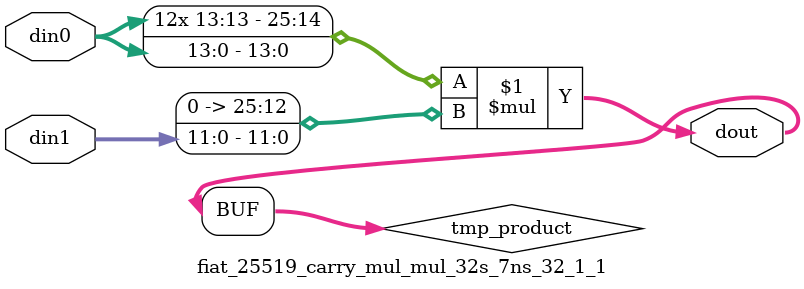
<source format=v>

`timescale 1 ns / 1 ps

  module fiat_25519_carry_mul_mul_32s_7ns_32_1_1(din0, din1, dout);
parameter ID = 1;
parameter NUM_STAGE = 0;
parameter din0_WIDTH = 14;
parameter din1_WIDTH = 12;
parameter dout_WIDTH = 26;

input [din0_WIDTH - 1 : 0] din0; 
input [din1_WIDTH - 1 : 0] din1; 
output [dout_WIDTH - 1 : 0] dout;

wire signed [dout_WIDTH - 1 : 0] tmp_product;












assign tmp_product = $signed(din0) * $signed({1'b0, din1});









assign dout = tmp_product;







endmodule

</source>
